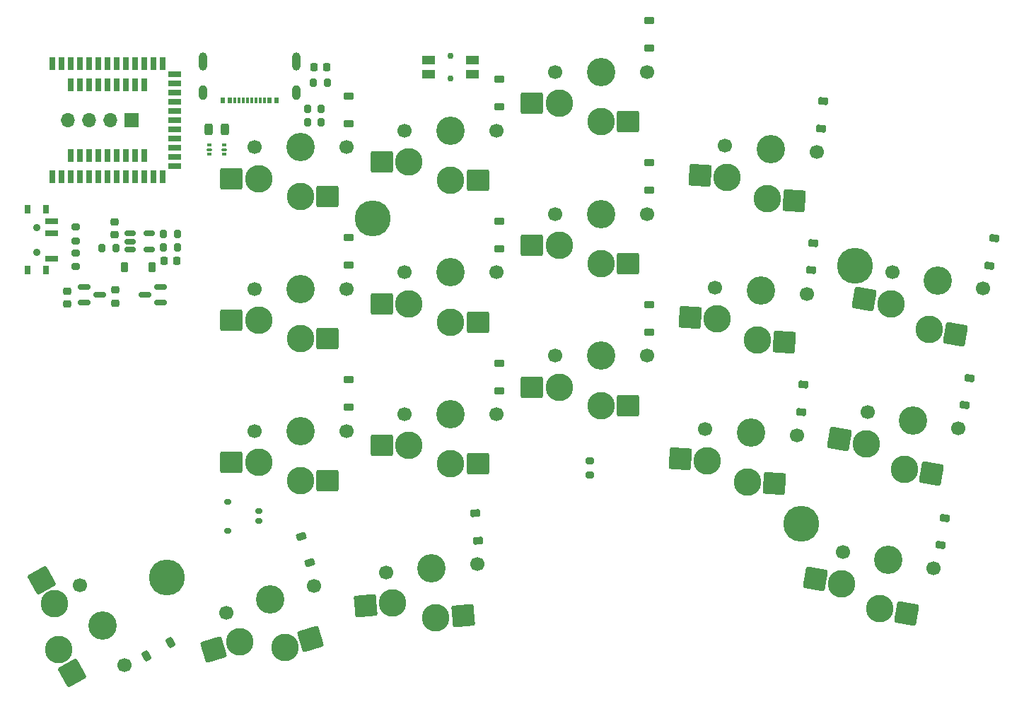
<source format=gbs>
G04 #@! TF.GenerationSoftware,KiCad,Pcbnew,8.0.4*
G04 #@! TF.CreationDate,2024-10-20T02:46:56-03:00*
G04 #@! TF.ProjectId,carpo_right,63617270-6f5f-4726-9967-68742e6b6963,rev?*
G04 #@! TF.SameCoordinates,PX7b6f01cPY41b54a0*
G04 #@! TF.FileFunction,Soldermask,Bot*
G04 #@! TF.FilePolarity,Negative*
%FSLAX46Y46*%
G04 Gerber Fmt 4.6, Leading zero omitted, Abs format (unit mm)*
G04 Created by KiCad (PCBNEW 8.0.4) date 2024-10-20 02:46:56*
%MOMM*%
%LPD*%
G01*
G04 APERTURE LIST*
G04 Aperture macros list*
%AMRoundRect*
0 Rectangle with rounded corners*
0 $1 Rounding radius*
0 $2 $3 $4 $5 $6 $7 $8 $9 X,Y pos of 4 corners*
0 Add a 4 corners polygon primitive as box body*
4,1,4,$2,$3,$4,$5,$6,$7,$8,$9,$2,$3,0*
0 Add four circle primitives for the rounded corners*
1,1,$1+$1,$2,$3*
1,1,$1+$1,$4,$5*
1,1,$1+$1,$6,$7*
1,1,$1+$1,$8,$9*
0 Add four rect primitives between the rounded corners*
20,1,$1+$1,$2,$3,$4,$5,0*
20,1,$1+$1,$4,$5,$6,$7,0*
20,1,$1+$1,$6,$7,$8,$9,0*
20,1,$1+$1,$8,$9,$2,$3,0*%
G04 Aperture macros list end*
%ADD10R,1.700000X1.700000*%
%ADD11O,1.700000X1.700000*%
%ADD12C,4.300000*%
%ADD13RoundRect,0.225000X-0.330232X0.286700X-0.408374X-0.156464X0.330232X-0.286700X0.408374X0.156464X0*%
%ADD14C,1.700000*%
%ADD15C,3.400000*%
%ADD16C,3.300000*%
%ADD17RoundRect,0.260000X1.065000X1.040000X-1.065000X1.040000X-1.065000X-1.040000X1.065000X-1.040000X0*%
%ADD18RoundRect,0.200000X-0.200000X-0.275000X0.200000X-0.275000X0.200000X0.275000X-0.200000X0.275000X0*%
%ADD19RoundRect,0.225000X-0.424398X0.105529X-0.292831X-0.324808X0.424398X-0.105529X0.292831X0.324808X0*%
%ADD20RoundRect,0.243750X-0.243750X-0.456250X0.243750X-0.456250X0.243750X0.456250X-0.243750X0.456250X0*%
%ADD21RoundRect,0.225000X-0.250000X0.225000X-0.250000X-0.225000X0.250000X-0.225000X0.250000X0.225000X0*%
%ADD22RoundRect,0.225000X-0.375000X0.225000X-0.375000X-0.225000X0.375000X-0.225000X0.375000X0.225000X0*%
%ADD23RoundRect,0.260000X1.134952X0.963176X-0.989859X1.111757X-1.134952X-0.963176X0.989859X-1.111757X0*%
%ADD24RoundRect,0.260000X1.229414X0.839265X-0.868226X1.209135X-1.229414X-0.839265X0.868226X-1.209135X0*%
%ADD25RoundRect,0.260000X0.970305X1.128863X-1.151589X0.943222X-0.970305X-1.128863X1.151589X-0.943222X0*%
%ADD26R,0.700000X1.524000*%
%ADD27R,1.524000X0.700000*%
%ADD28RoundRect,0.150000X-0.512500X-0.150000X0.512500X-0.150000X0.512500X0.150000X-0.512500X0.150000X0*%
%ADD29RoundRect,0.225000X-0.358391X0.250611X-0.389782X-0.198293X0.358391X-0.250611X0.389782X0.198293X0*%
%ADD30RoundRect,0.260000X1.425927X-0.427268X0.393282X1.435672X-1.425927X0.427268X-0.393282X-1.435672X0*%
%ADD31RoundRect,0.225000X0.225000X0.250000X-0.225000X0.250000X-0.225000X-0.250000X0.225000X-0.250000X0*%
%ADD32C,0.750000*%
%ADD33R,1.550000X1.000000*%
%ADD34RoundRect,0.225000X-0.225000X-0.375000X0.225000X-0.375000X0.225000X0.375000X-0.225000X0.375000X0*%
%ADD35RoundRect,0.200000X0.200000X0.275000X-0.200000X0.275000X-0.200000X-0.275000X0.200000X-0.275000X0*%
%ADD36R,0.800000X1.000000*%
%ADD37C,0.900000*%
%ADD38R,1.500000X0.700000*%
%ADD39RoundRect,0.200000X0.275000X-0.200000X0.275000X0.200000X-0.275000X0.200000X-0.275000X-0.200000X0*%
%ADD40RoundRect,0.260000X0.714398X1.305933X-1.322531X0.683181X-0.714398X-1.305933X1.322531X-0.683181X0*%
%ADD41RoundRect,0.225000X-0.225000X-0.250000X0.225000X-0.250000X0.225000X0.250000X-0.225000X0.250000X0*%
%ADD42RoundRect,0.150000X0.587500X0.150000X-0.587500X0.150000X-0.587500X-0.150000X0.587500X-0.150000X0*%
%ADD43RoundRect,0.225000X-0.393183X0.191460X-0.353963X-0.256827X0.393183X-0.191460X0.353963X0.256827X0*%
%ADD44R,0.540000X0.800000*%
%ADD45R,0.300000X0.800000*%
%ADD46O,1.000000X1.800000*%
%ADD47O,1.000000X2.200000*%
%ADD48RoundRect,0.150000X-0.587500X-0.150000X0.587500X-0.150000X0.587500X0.150000X-0.587500X0.150000X0*%
%ADD49RoundRect,0.093750X0.156250X0.093750X-0.156250X0.093750X-0.156250X-0.093750X0.156250X-0.093750X0*%
%ADD50RoundRect,0.075000X0.250000X0.075000X-0.250000X0.075000X-0.250000X-0.075000X0.250000X-0.075000X0*%
%ADD51RoundRect,0.225000X0.014986X0.437065X-0.378593X0.218900X-0.014986X-0.437065X0.378593X-0.218900X0*%
%ADD52RoundRect,0.150000X0.275000X-0.150000X0.275000X0.150000X-0.275000X0.150000X-0.275000X-0.150000X0*%
%ADD53RoundRect,0.175000X0.225000X-0.175000X0.225000X0.175000X-0.225000X0.175000X-0.225000X-0.175000X0*%
%ADD54RoundRect,0.200000X-0.275000X0.200000X-0.275000X-0.200000X0.275000X-0.200000X0.275000X0.200000X0*%
G04 APERTURE END LIST*
D10*
X-20220000Y3250000D03*
D11*
X-22760000Y3250000D03*
X-25300000Y3250000D03*
X-27840000Y3250000D03*
D12*
X66415523Y-14218956D03*
X8645485Y-8499999D03*
X-15977165Y-51506206D03*
X59947564Y-45141804D03*
D13*
X80141049Y-27657175D03*
X79568011Y-30907041D03*
D14*
X23500000Y-32000000D03*
D15*
X18000000Y-32000000D03*
D14*
X12500000Y-32000000D03*
D16*
X13000000Y-35750000D03*
D17*
X9755000Y-35750000D03*
X21245000Y-37950000D03*
D16*
X18000000Y-37950000D03*
D18*
X875000Y3000000D03*
X2525000Y3000000D03*
D19*
X150337Y-46622969D03*
X1115165Y-49778775D03*
D20*
X-10937500Y2100000D03*
X-9062500Y2100000D03*
D14*
X5500000Y0D03*
D15*
X0Y0D03*
D14*
X-5500000Y0D03*
D16*
X-5000000Y-3750000D03*
D17*
X-8245000Y-3750000D03*
X3245000Y-5950000D03*
D16*
X0Y-5950000D03*
D14*
X5500000Y-34000000D03*
D15*
X0Y-34000000D03*
D14*
X-5500000Y-34000000D03*
D16*
X-5000000Y-37750000D03*
D17*
X-8245000Y-37750000D03*
X3245000Y-39950000D03*
D16*
X0Y-39950000D03*
D21*
X-22229532Y-8925000D03*
X-22229532Y-10475000D03*
D13*
X77189030Y-44398907D03*
X76615992Y-47648773D03*
D22*
X23800527Y-25850650D03*
X23800527Y-29150650D03*
X41800527Y-18850650D03*
X41800527Y-22150650D03*
D14*
X61834950Y-614997D03*
D15*
X56348348Y-231336D03*
D14*
X50861746Y152325D03*
D16*
X51098941Y-3623419D03*
D23*
X47861846Y-3397059D03*
X59170392Y-6393202D03*
D16*
X55933297Y-6166842D03*
D14*
X78777265Y-33660917D03*
D15*
X73360822Y-32705852D03*
D14*
X67944379Y-31750787D03*
D16*
X67785603Y-35530640D03*
D24*
X64589901Y-34967152D03*
X75523317Y-39128944D03*
D16*
X72327615Y-38565458D03*
D14*
X21197063Y-49965363D03*
D15*
X15717992Y-50444720D03*
D14*
X10238921Y-50924077D03*
D16*
X11063853Y-54616229D03*
D25*
X7831201Y-54899049D03*
X19469220Y-56089258D03*
D16*
X16236569Y-56372078D03*
D14*
X23500000Y1999999D03*
D15*
X18000000Y1999999D03*
D14*
X12500000Y1999999D03*
D16*
X13000000Y-1750001D03*
D17*
X9755000Y-1750001D03*
X21245000Y-3950001D03*
D16*
X18000000Y-3950001D03*
D26*
X-29700000Y10000000D03*
X-28600000Y10000000D03*
X-27500000Y10000000D03*
X-26400000Y10000000D03*
X-25300000Y10000000D03*
X-24200000Y10000000D03*
X-23100000Y10000000D03*
X-22000000Y10000000D03*
X-20900000Y10000000D03*
X-19800000Y10000000D03*
X-18700000Y10000000D03*
X-17600000Y10000000D03*
X-16500000Y10000000D03*
D27*
X-15000000Y8750000D03*
X-15000000Y7650000D03*
X-15000000Y6550000D03*
X-15000000Y5450000D03*
X-15000000Y4350000D03*
X-15000000Y3250000D03*
X-15000000Y2150000D03*
X-15000000Y1050000D03*
X-15000000Y-50000D03*
X-15000000Y-1150000D03*
X-15000000Y-2250000D03*
D26*
X-16500000Y-3500000D03*
X-17600000Y-3500000D03*
X-18700000Y-3500000D03*
X-19800000Y-3500000D03*
X-20900000Y-3500000D03*
X-22000000Y-3500000D03*
X-23100000Y-3500000D03*
X-24200000Y-3500000D03*
X-25300000Y-3500000D03*
X-26400000Y-3500000D03*
X-27500000Y-3500000D03*
X-28600000Y-3500000D03*
X-29700000Y-3500000D03*
X-27500000Y7500000D03*
X-26400000Y7500000D03*
X-25300000Y7500000D03*
X-24200000Y7500000D03*
X-23100000Y7500000D03*
X-22000000Y7500000D03*
X-20900000Y7500000D03*
X-19800000Y7500000D03*
X-18700000Y7500000D03*
X-27500000Y-1000000D03*
X-26400000Y-1000000D03*
X-25300000Y-1000000D03*
X-24200000Y-1000000D03*
X-23100000Y-1000000D03*
X-22000000Y-1000000D03*
X-20900000Y-1000000D03*
X-19800000Y-1000000D03*
X-18700000Y-1000000D03*
D22*
X5800527Y-10850650D03*
X5800527Y-14150650D03*
D14*
X59463230Y-34532174D03*
D15*
X53976628Y-34148513D03*
D14*
X48490026Y-33764852D03*
D16*
X48727221Y-37540596D03*
D23*
X45490126Y-37314236D03*
X56798672Y-40310379D03*
D16*
X53561577Y-40084019D03*
D22*
X5800527Y-27850650D03*
X5800527Y-31150650D03*
D28*
X-20367032Y-12250000D03*
X-20367032Y-11300000D03*
X-20367032Y-10350000D03*
X-18092032Y-10350000D03*
X-18092032Y-12250000D03*
D29*
X60191982Y-28418766D03*
X59961786Y-31710728D03*
D21*
X-22129532Y-17125000D03*
X-22129532Y-18675000D03*
D29*
X61377842Y-11460177D03*
X61147646Y-14752139D03*
D14*
X-21033166Y-62083391D03*
D15*
X-23699619Y-57272983D03*
D14*
X-26366072Y-52462575D03*
D16*
X-29403491Y-54717921D03*
D30*
X-30976698Y-51879780D03*
X-27330399Y-62995741D03*
D16*
X-28903606Y-60157600D03*
D29*
X62563702Y5498411D03*
X62333506Y2206449D03*
D31*
X3175000Y9600000D03*
X1625000Y9600000D03*
D14*
X23500000Y-15000000D03*
D15*
X18000000Y-15000000D03*
D14*
X12500000Y-15000000D03*
D16*
X13000000Y-18750000D03*
D17*
X9755000Y-18750000D03*
X21245000Y-20950000D03*
D16*
X18000000Y-20950000D03*
D32*
X18000000Y8215000D03*
X18000000Y10965000D03*
D33*
X20625000Y10440000D03*
X15375000Y10440000D03*
X20625000Y8740000D03*
X15375000Y8740000D03*
D34*
X-21079532Y-14400000D03*
X-17779532Y-14400000D03*
D35*
X-14704532Y-10400000D03*
X-16354532Y-10400000D03*
D14*
X75825246Y-50402649D03*
D15*
X70408803Y-49447584D03*
D14*
X64992360Y-48492519D03*
D16*
X64833584Y-52272372D03*
D24*
X61637882Y-51708884D03*
X72571298Y-55870676D03*
D16*
X69375596Y-55307190D03*
D35*
X3225000Y7700000D03*
X1575000Y7700000D03*
D21*
X-27929532Y-17225000D03*
X-27929532Y-18775000D03*
D22*
X23800527Y8149349D03*
X23800527Y4849349D03*
D36*
X-32630000Y-14750000D03*
X-30420000Y-14750000D03*
D37*
X-31530000Y-12600000D03*
X-31530000Y-9600000D03*
D36*
X-32630000Y-7450000D03*
X-30420000Y-7450000D03*
D38*
X-29770000Y-13350000D03*
X-29770000Y-10350000D03*
X-29770000Y-8850000D03*
D22*
X41800527Y15149350D03*
X41800527Y11849350D03*
D39*
X-26929532Y-11225000D03*
X-26929532Y-9575000D03*
D22*
X5800527Y6149350D03*
X5800527Y2849350D03*
X23800527Y-8850650D03*
X23800527Y-12150650D03*
D14*
X41500000Y-8000000D03*
D15*
X36000000Y-8000000D03*
D14*
X30500000Y-8000000D03*
D16*
X31000000Y-11750000D03*
D17*
X27755000Y-11750000D03*
X39245000Y-13950000D03*
D16*
X36000000Y-13950000D03*
D14*
X1660838Y-52591488D03*
D15*
X-3598838Y-54199532D03*
D14*
X-8858514Y-55807576D03*
D16*
X-7283968Y-59247533D03*
D40*
X-10387177Y-60196280D03*
X1243983Y-58940799D03*
D16*
X-1859226Y-59889545D03*
D41*
X-16304532Y-13600000D03*
X-14754532Y-13600000D03*
D42*
X-16754532Y-16750000D03*
X-16754532Y-18650000D03*
X-18629532Y-17700000D03*
D43*
X20960495Y-43813221D03*
X21248109Y-47100663D03*
D14*
X41500000Y9000000D03*
D15*
X36000000Y9000000D03*
D14*
X30500000Y9000000D03*
D16*
X31000000Y5250000D03*
D17*
X27755000Y5250000D03*
X39245000Y3050000D03*
D16*
X36000000Y3050000D03*
D44*
X-2867000Y5603000D03*
X-9267000Y5603000D03*
X-3667000Y5603000D03*
X-8467000Y5603000D03*
D45*
X-7317000Y5603000D03*
X-6317000Y5603000D03*
X-5817000Y5603000D03*
X-4817000Y5603000D03*
X-4317000Y5603000D03*
X-5317000Y5603000D03*
X-6817000Y5603000D03*
X-7825000Y5603000D03*
D46*
X-491700Y6503000D03*
D47*
X-491700Y10303000D03*
X-11642300Y10303000D03*
D46*
X-11642600Y6503000D03*
D18*
X875000Y4600000D03*
X2525000Y4600000D03*
D39*
X-26929532Y-14325000D03*
X-26929532Y-12675000D03*
D48*
X-25867032Y-18650000D03*
X-25867032Y-16750000D03*
X-23992032Y-17700000D03*
D49*
X-9150000Y237500D03*
D50*
X-9075000Y-300000D03*
D49*
X-9150000Y-837500D03*
X-10850000Y-837500D03*
D50*
X-10925000Y-300000D03*
D49*
X-10850000Y237500D03*
D51*
X-15509124Y-59364974D03*
X-18395370Y-60964846D03*
D22*
X41800527Y-1850650D03*
X41800527Y-5150650D03*
D14*
X60649090Y-17573585D03*
D15*
X55162488Y-17189924D03*
D14*
X49675886Y-16806263D03*
D16*
X49913081Y-20582007D03*
D23*
X46675986Y-20355647D03*
X57984532Y-23351790D03*
D16*
X54747437Y-23125430D03*
D18*
X-16354532Y-12000000D03*
X-14704532Y-12000000D03*
D52*
X-4925000Y-44800000D03*
X-4925000Y-43600000D03*
D53*
X-8700000Y-45950000D03*
X-8700000Y-42450000D03*
D35*
X-22104532Y-12100000D03*
X-23754532Y-12100000D03*
D14*
X41500000Y-25000000D03*
D15*
X36000000Y-25000000D03*
D14*
X30500000Y-25000000D03*
D16*
X31000000Y-28750000D03*
D17*
X27755000Y-28750000D03*
X39245000Y-30950000D03*
D16*
X36000000Y-30950000D03*
D14*
X5500000Y-17000000D03*
D15*
X0Y-17000000D03*
D14*
X-5500000Y-17000000D03*
D16*
X-5000000Y-20750000D03*
D17*
X-8245000Y-20750000D03*
X3245000Y-22950000D03*
D16*
X0Y-22950000D03*
D13*
X83093068Y-10915443D03*
X82520030Y-14165309D03*
D14*
X81729284Y-16919185D03*
D15*
X76312841Y-15964120D03*
D14*
X70896398Y-15009055D03*
D16*
X70737622Y-18788908D03*
D24*
X67541920Y-18225420D03*
X78475336Y-22387212D03*
D16*
X75279634Y-21823726D03*
D54*
X34700000Y-37575000D03*
X34700000Y-39225000D03*
M02*

</source>
